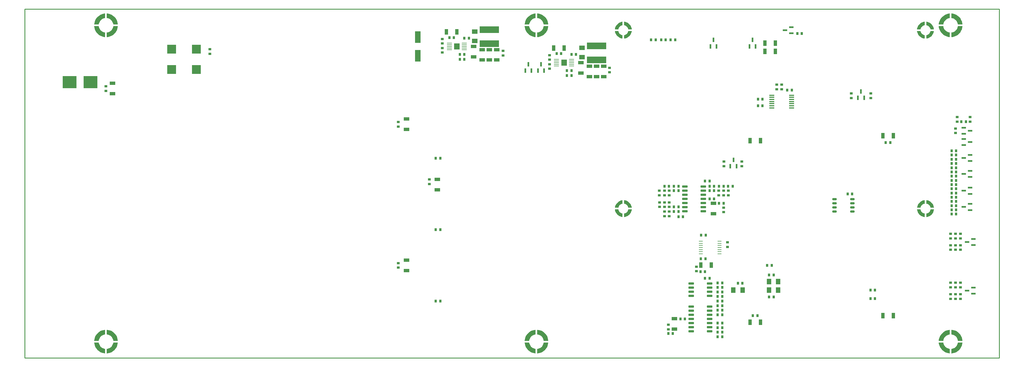
<source format=gtp>
G04 Layer_Color=10723209*
%FSLAX43Y43*%
%MOMM*%
G71*
G01*
G75*
%ADD10R,2.700X2.700*%
%ADD12R,6.000X2.000*%
%ADD13R,0.600X1.350*%
%ADD14O,1.450X0.650*%
%ADD15R,1.800X1.340*%
%ADD16R,0.800X0.900*%
%ADD18R,4.240X3.810*%
%ADD19R,1.800X3.550*%
G04:AMPARAMS|DCode=21|XSize=0.65mm|YSize=1.65mm|CornerRadius=0.049mm|HoleSize=0mm|Usage=FLASHONLY|Rotation=90.000|XOffset=0mm|YOffset=0mm|HoleType=Round|Shape=RoundedRectangle|*
%AMROUNDEDRECTD21*
21,1,0.650,1.552,0,0,90.0*
21,1,0.552,1.650,0,0,90.0*
1,1,0.098,0.776,0.276*
1,1,0.098,0.776,-0.276*
1,1,0.098,-0.776,-0.276*
1,1,0.098,-0.776,0.276*
%
%ADD21ROUNDEDRECTD21*%
%ADD22R,1.700X1.000*%
%ADD23R,0.900X0.800*%
G04:AMPARAMS|DCode=25|XSize=1.73mm|YSize=1.9mm|CornerRadius=0.052mm|HoleSize=0mm|Usage=FLASHONLY|Rotation=0.000|XOffset=0mm|YOffset=0mm|HoleType=Round|Shape=RoundedRectangle|*
%AMROUNDEDRECTD25*
21,1,1.730,1.796,0,0,0.0*
21,1,1.626,1.900,0,0,0.0*
1,1,0.104,0.813,-0.898*
1,1,0.104,-0.813,-0.898*
1,1,0.104,-0.813,0.898*
1,1,0.104,0.813,0.898*
%
%ADD25ROUNDEDRECTD25*%
%ADD26R,1.350X0.600*%
%ADD27R,1.340X1.800*%
%ADD28R,1.000X1.700*%
%ADD36C,0.254*%
%ADD74O,1.300X0.250*%
G04:AMPARAMS|DCode=75|XSize=0.35mm|YSize=1.5mm|CornerRadius=0mm|HoleSize=0mm|Usage=FLASHONLY|Rotation=90.000|XOffset=0mm|YOffset=0mm|HoleType=Round|Shape=RoundedRectangle|*
%AMROUNDEDRECTD75*
21,1,0.350,1.500,0,0,90.0*
21,1,0.350,1.500,0,0,90.0*
1,1,0.000,0.750,0.175*
1,1,0.000,0.750,-0.175*
1,1,0.000,-0.750,-0.175*
1,1,0.000,-0.750,0.175*
%
%ADD75ROUNDEDRECTD75*%
G04:AMPARAMS|DCode=76|XSize=0.2mm|YSize=1.45mm|CornerRadius=0mm|HoleSize=0mm|Usage=FLASHONLY|Rotation=90.000|XOffset=0mm|YOffset=0mm|HoleType=Round|Shape=RoundedRectangle|*
%AMROUNDEDRECTD76*
21,1,0.200,1.450,0,0,90.0*
21,1,0.200,1.450,0,0,90.0*
1,1,0.000,0.725,0.100*
1,1,0.000,0.725,-0.100*
1,1,0.000,-0.725,-0.100*
1,1,0.000,-0.725,0.100*
%
%ADD76ROUNDEDRECTD76*%
G36*
X186838Y45750D02*
X186816Y45527D01*
X186697Y45094D01*
X186506Y44688D01*
X186247Y44320D01*
X185930Y44003D01*
X185562Y43744D01*
X185156Y43553D01*
X184723Y43434D01*
X184500Y43412D01*
X184500D01*
Y44471D01*
X184500Y44470D01*
X184618Y44494D01*
X184848Y44570D01*
X185062Y44680D01*
X185257Y44822D01*
X185428Y44993D01*
X185570Y45188D01*
X185680Y45402D01*
X185756Y45632D01*
X185780Y45750D01*
Y45750D01*
Y45750D01*
X186838Y45750D01*
D02*
G37*
G36*
X279858D02*
X279836Y45527D01*
X279717Y45094D01*
X279526Y44688D01*
X279267Y44320D01*
X278950Y44003D01*
X278582Y43744D01*
X278176Y43553D01*
X277743Y43434D01*
X277520Y43412D01*
X277520D01*
Y44471D01*
X277520Y44470D01*
X277638Y44494D01*
X277868Y44570D01*
X278082Y44680D01*
X278277Y44822D01*
X278448Y44993D01*
X278590Y45188D01*
X278700Y45402D01*
X278776Y45632D01*
X278800Y45750D01*
Y45750D01*
Y45750D01*
X279858Y45750D01*
D02*
G37*
G36*
X275740Y45750D02*
X275764Y45632D01*
X275840Y45402D01*
X275950Y45188D01*
X276092Y44993D01*
X276263Y44822D01*
X276458Y44680D01*
X276672Y44570D01*
X276902Y44494D01*
X277020Y44470D01*
X277020Y44470D01*
X277020D01*
X277020Y43412D01*
X276797Y43434D01*
X276364Y43553D01*
X275957Y43744D01*
X275590Y44003D01*
X275273Y44320D01*
X275014Y44688D01*
X274823Y45094D01*
X274704Y45527D01*
X274682Y45750D01*
Y45750D01*
X275741D01*
X275740Y45750D01*
D02*
G37*
G36*
X157250Y8641D02*
Y7236D01*
X157250D01*
Y7236D01*
X157063Y7207D01*
X156699Y7103D01*
X156358Y6938D01*
X156049Y6719D01*
X155781Y6452D01*
X155562Y6143D01*
X155398Y5801D01*
X155293Y5437D01*
X155264Y5250D01*
Y5250D01*
X153859D01*
X153874Y5468D01*
X153955Y5897D01*
X154087Y6313D01*
X154268Y6710D01*
X154495Y7083D01*
X154765Y7427D01*
X155074Y7735D01*
X155417Y8005D01*
X155790Y8232D01*
X156187Y8413D01*
X156603Y8545D01*
X157032Y8626D01*
X157250Y8641D01*
D01*
X157250D01*
X157250D01*
D02*
G37*
G36*
X182720Y45750D02*
X182744Y45632D01*
X182820Y45402D01*
X182930Y45188D01*
X183072Y44993D01*
X183243Y44822D01*
X183438Y44680D01*
X183652Y44570D01*
X183882Y44494D01*
X184000Y44470D01*
X184000Y44470D01*
X184000D01*
X184000Y43412D01*
X183777Y43434D01*
X183344Y43553D01*
X182938Y43744D01*
X182570Y44003D01*
X182253Y44320D01*
X181994Y44688D01*
X181803Y45094D01*
X181684Y45527D01*
X181662Y45750D01*
Y45750D01*
X182721D01*
X182720Y45750D01*
D02*
G37*
G36*
X277020Y47529D02*
X277020Y47530D01*
X276902Y47506D01*
X276672Y47430D01*
X276458Y47320D01*
X276263Y47178D01*
X276092Y47007D01*
X275950Y46812D01*
X275840Y46598D01*
X275764Y46368D01*
X275740Y46250D01*
X275740D01*
Y46250D01*
X274682D01*
X274704Y46473D01*
X274823Y46906D01*
X275014Y47312D01*
X275273Y47680D01*
X275590Y47997D01*
X275957Y48256D01*
X276364Y48447D01*
X276797Y48566D01*
X277020Y48588D01*
Y48588D01*
X277020D01*
Y47529D01*
D02*
G37*
G36*
X182720Y100750D02*
X182744Y100632D01*
X182820Y100402D01*
X182930Y100188D01*
X183072Y99993D01*
X183243Y99822D01*
X183438Y99680D01*
X183652Y99570D01*
X183882Y99494D01*
X184000Y99470D01*
X184000Y99470D01*
X184000D01*
X184000Y98412D01*
X183777Y98434D01*
X183344Y98553D01*
X182938Y98744D01*
X182570Y99003D01*
X182253Y99320D01*
X181994Y99687D01*
X181803Y100094D01*
X181684Y100527D01*
X181662Y100750D01*
Y100750D01*
X182721D01*
X182720Y100750D01*
D02*
G37*
G36*
X184000Y47529D02*
X184000Y47530D01*
X183882Y47506D01*
X183652Y47430D01*
X183438Y47320D01*
X183243Y47178D01*
X183072Y47007D01*
X182930Y46812D01*
X182820Y46598D01*
X182744Y46368D01*
X182720Y46250D01*
X182720D01*
Y46250D01*
X181662D01*
X181684Y46473D01*
X181803Y46906D01*
X181994Y47312D01*
X182253Y47680D01*
X182570Y47997D01*
X182938Y48256D01*
X183344Y48447D01*
X183777Y48566D01*
X184000Y48588D01*
Y48588D01*
X184000D01*
Y47529D01*
D02*
G37*
G36*
X184723Y48566D02*
X185156Y48447D01*
X185562Y48256D01*
X185930Y47997D01*
X186247Y47680D01*
X186506Y47312D01*
X186697Y46906D01*
X186816Y46473D01*
X186838Y46250D01*
X186838Y46250D01*
Y46250D01*
X185779D01*
X185780Y46250D01*
X185756Y46368D01*
X185680Y46598D01*
X185570Y46812D01*
X185428Y47007D01*
X185257Y47178D01*
X185062Y47320D01*
X184848Y47430D01*
X184618Y47506D01*
X184500Y47530D01*
X184500D01*
Y48588D01*
X184723Y48566D01*
D02*
G37*
G36*
X277743D02*
X278176Y48447D01*
X278582Y48256D01*
X278950Y47997D01*
X279267Y47680D01*
X279526Y47312D01*
X279717Y46906D01*
X279836Y46473D01*
X279858Y46250D01*
X279858Y46250D01*
Y46250D01*
X278799D01*
X278800Y46250D01*
X278776Y46368D01*
X278700Y46598D01*
X278590Y46812D01*
X278448Y47007D01*
X278277Y47178D01*
X278082Y47320D01*
X277868Y47430D01*
X277638Y47506D01*
X277520Y47530D01*
X277520D01*
Y48588D01*
X277743Y48566D01*
D02*
G37*
G36*
X157968Y8626D02*
X158397Y8545D01*
X158813Y8413D01*
X159210Y8232D01*
X159583Y8005D01*
X159927Y7735D01*
X160235Y7426D01*
X160505Y7083D01*
X160732Y6710D01*
X160913Y6313D01*
X161045Y5897D01*
X161126Y5468D01*
X161141Y5250D01*
D01*
Y5250D01*
Y5250D01*
X159736D01*
Y5250D01*
X159736Y5250D01*
X159707Y5437D01*
X159603Y5801D01*
X159438Y6142D01*
X159219Y6451D01*
X158952Y6719D01*
X158643Y6938D01*
X158301Y7102D01*
X157937Y7207D01*
X157750Y7236D01*
X157750Y7236D01*
Y8641D01*
X157968Y8626D01*
D02*
G37*
G36*
X22793Y4563D02*
X22897Y4199D01*
X23062Y3858D01*
X23281Y3549D01*
X23548Y3281D01*
X23857Y3062D01*
X24199Y2898D01*
X24563Y2793D01*
X24750Y2764D01*
X24750D01*
Y1359D01*
X24750Y1359D01*
X24532Y1374D01*
X24103Y1455D01*
X23687Y1587D01*
X23290Y1768D01*
X22917Y1995D01*
X22573Y2265D01*
X22265Y2573D01*
X21995Y2917D01*
X21768Y3290D01*
X21587Y3687D01*
X21455Y4103D01*
X21374Y4532D01*
X21359Y4750D01*
X21359Y4750D01*
X22764D01*
Y4750D01*
X22793Y4563D01*
D02*
G37*
G36*
X282793D02*
X282897Y4199D01*
X283062Y3858D01*
X283281Y3549D01*
X283548Y3281D01*
X283857Y3062D01*
X284199Y2898D01*
X284563Y2793D01*
X284750Y2764D01*
X284750D01*
Y1359D01*
X284750Y1359D01*
X284532Y1374D01*
X284103Y1455D01*
X283687Y1587D01*
X283290Y1768D01*
X282917Y1995D01*
X282573Y2265D01*
X282265Y2573D01*
X281995Y2917D01*
X281768Y3290D01*
X281587Y3687D01*
X281455Y4103D01*
X281374Y4532D01*
X281359Y4750D01*
X281359Y4750D01*
X282764D01*
Y4750D01*
X282793Y4563D01*
D02*
G37*
G36*
X161141Y4750D02*
X161126Y4532D01*
X161045Y4103D01*
X160913Y3687D01*
X160732Y3290D01*
X160505Y2917D01*
X160235Y2573D01*
X159926Y2265D01*
X159583Y1995D01*
X159210Y1768D01*
X158813Y1587D01*
X158397Y1455D01*
X157968Y1374D01*
X157750Y1359D01*
X157750Y1359D01*
Y2764D01*
X157750D01*
X157937Y2793D01*
X158301Y2897D01*
X158642Y3062D01*
X158951Y3281D01*
X159219Y3548D01*
X159438Y3857D01*
X159602Y4199D01*
X159707Y4563D01*
X159736Y4750D01*
X159736Y4750D01*
X161141D01*
Y4750D01*
D02*
G37*
G36*
X28641Y4750D02*
X28626Y4532D01*
X28545Y4103D01*
X28413Y3687D01*
X28232Y3290D01*
X28005Y2917D01*
X27735Y2573D01*
X27427Y2265D01*
X27083Y1995D01*
X26710Y1768D01*
X26313Y1587D01*
X25897Y1455D01*
X25468Y1373D01*
X25250Y1359D01*
X25250Y1359D01*
Y2764D01*
X25250D01*
X25437Y2793D01*
X25801Y2897D01*
X26142Y3062D01*
X26451Y3281D01*
X26719Y3548D01*
X26938Y3857D01*
X27102Y4199D01*
X27207Y4563D01*
X27236Y4750D01*
X27236Y4750D01*
X28641D01*
Y4750D01*
D02*
G37*
G36*
X288641D02*
X288626Y4532D01*
X288545Y4103D01*
X288413Y3687D01*
X288232Y3290D01*
X288005Y2917D01*
X287735Y2573D01*
X287427Y2265D01*
X287083Y1995D01*
X286710Y1768D01*
X286313Y1587D01*
X285897Y1455D01*
X285468Y1373D01*
X285250Y1359D01*
X285250Y1359D01*
Y2764D01*
X285250D01*
X285437Y2793D01*
X285801Y2897D01*
X286142Y3062D01*
X286451Y3281D01*
X286719Y3548D01*
X286938Y3857D01*
X287102Y4199D01*
X287207Y4563D01*
X287236Y4750D01*
X287236Y4750D01*
X288641D01*
Y4750D01*
D02*
G37*
G36*
X24750Y8641D02*
Y7236D01*
X24750D01*
Y7236D01*
X24563Y7207D01*
X24199Y7102D01*
X23858Y6938D01*
X23549Y6719D01*
X23281Y6452D01*
X23062Y6143D01*
X22898Y5801D01*
X22793Y5437D01*
X22764Y5250D01*
Y5250D01*
X21359D01*
X21374Y5468D01*
X21455Y5897D01*
X21587Y6313D01*
X21768Y6710D01*
X21995Y7083D01*
X22265Y7427D01*
X22573Y7735D01*
X22917Y8005D01*
X23290Y8232D01*
X23687Y8413D01*
X24103Y8545D01*
X24532Y8626D01*
X24750Y8641D01*
D01*
X24750D01*
X24750D01*
D02*
G37*
G36*
X284750D02*
Y7236D01*
X284750D01*
Y7236D01*
X284563Y7207D01*
X284199Y7102D01*
X283858Y6938D01*
X283549Y6719D01*
X283281Y6452D01*
X283062Y6143D01*
X282898Y5801D01*
X282793Y5437D01*
X282764Y5250D01*
Y5250D01*
X281359D01*
X281374Y5468D01*
X281455Y5897D01*
X281587Y6313D01*
X281768Y6710D01*
X281995Y7083D01*
X282265Y7427D01*
X282573Y7735D01*
X282917Y8005D01*
X283290Y8232D01*
X283687Y8413D01*
X284103Y8545D01*
X284532Y8626D01*
X284750Y8641D01*
D01*
X284750D01*
X284750D01*
D02*
G37*
G36*
X285468Y8626D02*
X285897Y8545D01*
X286313Y8413D01*
X286710Y8232D01*
X287083Y8005D01*
X287427Y7735D01*
X287735Y7426D01*
X288005Y7083D01*
X288232Y6710D01*
X288413Y6313D01*
X288545Y5897D01*
X288626Y5468D01*
X288641Y5250D01*
D01*
Y5250D01*
Y5250D01*
X287236D01*
Y5250D01*
X287236Y5250D01*
X287207Y5437D01*
X287103Y5801D01*
X286938Y6142D01*
X286719Y6451D01*
X286452Y6719D01*
X286143Y6938D01*
X285801Y7102D01*
X285437Y7207D01*
X285250Y7236D01*
X285250Y7236D01*
Y8641D01*
X285468Y8626D01*
D02*
G37*
G36*
X155293Y4563D02*
X155397Y4199D01*
X155562Y3858D01*
X155781Y3549D01*
X156048Y3281D01*
X156357Y3062D01*
X156699Y2898D01*
X157063Y2793D01*
X157250Y2764D01*
X157250D01*
Y1359D01*
X157250Y1359D01*
X157032Y1374D01*
X156603Y1455D01*
X156187Y1587D01*
X155790Y1768D01*
X155417Y1995D01*
X155073Y2265D01*
X154765Y2573D01*
X154495Y2917D01*
X154268Y3290D01*
X154087Y3687D01*
X153955Y4103D01*
X153874Y4532D01*
X153859Y4750D01*
X153859Y4750D01*
X155264D01*
Y4750D01*
X155293Y4563D01*
D02*
G37*
G36*
X25468Y8626D02*
X25897Y8545D01*
X26313Y8413D01*
X26710Y8232D01*
X27083Y8005D01*
X27427Y7735D01*
X27735Y7426D01*
X28005Y7083D01*
X28232Y6710D01*
X28413Y6313D01*
X28545Y5897D01*
X28626Y5468D01*
X28641Y5250D01*
D01*
Y5250D01*
Y5250D01*
X27236D01*
Y5250D01*
X27236Y5250D01*
X27207Y5437D01*
X27103Y5801D01*
X26938Y6142D01*
X26719Y6451D01*
X26452Y6719D01*
X26143Y6938D01*
X25801Y7102D01*
X25437Y7207D01*
X25250Y7236D01*
X25250Y7236D01*
Y8641D01*
X25468Y8626D01*
D02*
G37*
G36*
X275720Y100750D02*
X275744Y100632D01*
X275820Y100402D01*
X275930Y100188D01*
X276072Y99993D01*
X276243Y99822D01*
X276438Y99680D01*
X276652Y99570D01*
X276882Y99494D01*
X277000Y99470D01*
X277000Y99470D01*
X277000D01*
X277000Y98412D01*
X276777Y98434D01*
X276344Y98553D01*
X275938Y98744D01*
X275570Y99003D01*
X275253Y99320D01*
X274994Y99687D01*
X274803Y100094D01*
X274684Y100527D01*
X274662Y100750D01*
Y100750D01*
X275721D01*
X275720Y100750D01*
D02*
G37*
G36*
X285468Y106126D02*
X285897Y106045D01*
X286313Y105913D01*
X286710Y105732D01*
X287083Y105505D01*
X287427Y105235D01*
X287735Y104926D01*
X288005Y104583D01*
X288232Y104210D01*
X288413Y103813D01*
X288545Y103397D01*
X288626Y102968D01*
X288641Y102750D01*
D01*
Y102750D01*
Y102750D01*
X287236D01*
Y102750D01*
X287236Y102750D01*
X287207Y102937D01*
X287103Y103301D01*
X286938Y103642D01*
X286719Y103951D01*
X286452Y104219D01*
X286143Y104438D01*
X285801Y104602D01*
X285437Y104707D01*
X285250Y104736D01*
X285250Y104736D01*
Y106141D01*
X285468Y106126D01*
D02*
G37*
G36*
X24750Y104736D02*
X24750D01*
Y104736D01*
X24563Y104707D01*
X24199Y104603D01*
X23858Y104438D01*
X23549Y104219D01*
X23281Y103952D01*
X23062Y103643D01*
X22898Y103301D01*
X22793Y102937D01*
X22764Y102750D01*
Y102750D01*
X21359D01*
X21374Y102968D01*
X21455Y103397D01*
X21587Y103813D01*
X21768Y104210D01*
X21995Y104583D01*
X22265Y104927D01*
X22573Y105235D01*
X22917Y105505D01*
X23290Y105732D01*
X23687Y105913D01*
X24103Y106045D01*
X24532Y106126D01*
X24750Y106141D01*
Y104736D01*
D02*
G37*
G36*
X157968Y106126D02*
X158397Y106045D01*
X158813Y105913D01*
X159210Y105732D01*
X159583Y105505D01*
X159927Y105235D01*
X160235Y104926D01*
X160505Y104583D01*
X160732Y104210D01*
X160913Y103813D01*
X161045Y103397D01*
X161126Y102968D01*
X161141Y102750D01*
D01*
Y102750D01*
Y102750D01*
X159736D01*
Y102750D01*
X159736Y102750D01*
X159707Y102937D01*
X159603Y103301D01*
X159438Y103642D01*
X159219Y103951D01*
X158952Y104219D01*
X158643Y104438D01*
X158301Y104602D01*
X157937Y104707D01*
X157750Y104736D01*
X157750Y104736D01*
Y106141D01*
X157968Y106126D01*
D02*
G37*
G36*
X277000Y102529D02*
X277000Y102530D01*
X276882Y102506D01*
X276652Y102430D01*
X276438Y102320D01*
X276243Y102178D01*
X276072Y102007D01*
X275930Y101812D01*
X275820Y101598D01*
X275744Y101368D01*
X275720Y101250D01*
X275720D01*
Y101250D01*
X274662D01*
X274684Y101473D01*
X274803Y101906D01*
X274994Y102312D01*
X275253Y102680D01*
X275570Y102997D01*
X275938Y103256D01*
X276344Y103447D01*
X276777Y103566D01*
X277000Y103588D01*
Y103588D01*
X277000D01*
Y102529D01*
D02*
G37*
G36*
X25468Y106126D02*
X25897Y106045D01*
X26313Y105913D01*
X26710Y105732D01*
X27083Y105505D01*
X27427Y105235D01*
X27735Y104926D01*
X28005Y104583D01*
X28232Y104210D01*
X28413Y103813D01*
X28545Y103397D01*
X28626Y102968D01*
X28641Y102750D01*
D01*
Y102750D01*
Y102750D01*
X27236D01*
Y102750D01*
X27236Y102750D01*
X27207Y102937D01*
X27103Y103301D01*
X26938Y103642D01*
X26719Y103951D01*
X26452Y104219D01*
X26143Y104438D01*
X25801Y104602D01*
X25437Y104707D01*
X25250Y104736D01*
X25250Y104736D01*
Y106141D01*
X25468Y106126D01*
D02*
G37*
G36*
X157250Y106141D02*
D01*
X157250D01*
X157250D01*
D02*
G37*
G36*
X284750D02*
D01*
X284750D01*
X284750D01*
D02*
G37*
G36*
X24750D02*
D01*
X24750D01*
X24750D01*
D02*
G37*
G36*
X157250Y104736D02*
X157250D01*
Y104736D01*
X157063Y104707D01*
X156699Y104603D01*
X156358Y104438D01*
X156049Y104219D01*
X155781Y103952D01*
X155562Y103643D01*
X155398Y103301D01*
X155293Y102937D01*
X155264Y102750D01*
Y102750D01*
X153859D01*
X153874Y102968D01*
X153955Y103397D01*
X154087Y103813D01*
X154268Y104210D01*
X154495Y104583D01*
X154765Y104927D01*
X155074Y105235D01*
X155417Y105505D01*
X155790Y105732D01*
X156187Y105913D01*
X156603Y106045D01*
X157032Y106126D01*
X157250Y106141D01*
Y104736D01*
D02*
G37*
G36*
X284750D02*
X284750D01*
Y104736D01*
X284563Y104707D01*
X284199Y104603D01*
X283858Y104438D01*
X283549Y104219D01*
X283281Y103952D01*
X283062Y103643D01*
X282898Y103301D01*
X282793Y102937D01*
X282764Y102750D01*
Y102750D01*
X281359D01*
X281374Y102968D01*
X281455Y103397D01*
X281587Y103813D01*
X281768Y104210D01*
X281995Y104583D01*
X282265Y104927D01*
X282573Y105235D01*
X282917Y105505D01*
X283290Y105732D01*
X283687Y105913D01*
X284103Y106045D01*
X284532Y106126D01*
X284750Y106141D01*
Y104736D01*
D02*
G37*
G36*
X184000Y102529D02*
X184000Y102530D01*
X183882Y102506D01*
X183652Y102430D01*
X183438Y102320D01*
X183243Y102178D01*
X183072Y102007D01*
X182930Y101812D01*
X182820Y101598D01*
X182744Y101368D01*
X182720Y101250D01*
X182720D01*
Y101250D01*
X181662D01*
X181684Y101473D01*
X181803Y101906D01*
X181994Y102312D01*
X182253Y102680D01*
X182570Y102997D01*
X182938Y103256D01*
X183344Y103447D01*
X183777Y103566D01*
X184000Y103588D01*
Y103588D01*
X184000D01*
Y102529D01*
D02*
G37*
G36*
X186838Y100750D02*
X186816Y100527D01*
X186697Y100094D01*
X186506Y99688D01*
X186247Y99320D01*
X185930Y99003D01*
X185562Y98744D01*
X185156Y98553D01*
X184723Y98434D01*
X184500Y98412D01*
X184500D01*
Y99471D01*
X184500Y99470D01*
X184618Y99494D01*
X184848Y99570D01*
X185062Y99680D01*
X185257Y99822D01*
X185428Y99993D01*
X185570Y100188D01*
X185680Y100402D01*
X185756Y100632D01*
X185780Y100750D01*
Y100750D01*
Y100750D01*
X186838Y100750D01*
D02*
G37*
G36*
X279838D02*
X279816Y100527D01*
X279697Y100094D01*
X279506Y99688D01*
X279247Y99320D01*
X278930Y99003D01*
X278562Y98744D01*
X278156Y98553D01*
X277723Y98434D01*
X277500Y98412D01*
X277500D01*
Y99471D01*
X277500Y99470D01*
X277618Y99494D01*
X277848Y99570D01*
X278062Y99680D01*
X278257Y99822D01*
X278428Y99993D01*
X278570Y100188D01*
X278680Y100402D01*
X278756Y100632D01*
X278780Y100750D01*
Y100750D01*
Y100750D01*
X279838Y100750D01*
D02*
G37*
G36*
X288641Y102250D02*
X288626Y102032D01*
X288545Y101603D01*
X288413Y101187D01*
X288232Y100790D01*
X288005Y100417D01*
X287735Y100073D01*
X287427Y99765D01*
X287083Y99495D01*
X286710Y99268D01*
X286313Y99087D01*
X285897Y98955D01*
X285468Y98874D01*
X285250Y98859D01*
X285250Y98859D01*
Y100264D01*
X285250D01*
X285437Y100293D01*
X285801Y100397D01*
X286142Y100562D01*
X286451Y100781D01*
X286719Y101048D01*
X286938Y101357D01*
X287102Y101699D01*
X287207Y102063D01*
X287236Y102250D01*
X287236Y102250D01*
X288641D01*
Y102250D01*
D02*
G37*
G36*
X28641D02*
X28626Y102032D01*
X28545Y101603D01*
X28413Y101187D01*
X28232Y100790D01*
X28005Y100417D01*
X27735Y100073D01*
X27427Y99765D01*
X27083Y99495D01*
X26710Y99268D01*
X26313Y99087D01*
X25897Y98955D01*
X25468Y98874D01*
X25250Y98859D01*
X25250Y98859D01*
Y100264D01*
X25250D01*
X25437Y100293D01*
X25801Y100397D01*
X26142Y100562D01*
X26451Y100781D01*
X26719Y101048D01*
X26938Y101357D01*
X27102Y101699D01*
X27207Y102063D01*
X27236Y102250D01*
X27236Y102250D01*
X28641D01*
Y102250D01*
D02*
G37*
G36*
X161141D02*
X161126Y102032D01*
X161045Y101603D01*
X160913Y101187D01*
X160732Y100790D01*
X160505Y100417D01*
X160235Y100073D01*
X159926Y99765D01*
X159583Y99495D01*
X159210Y99268D01*
X158813Y99087D01*
X158397Y98955D01*
X157968Y98874D01*
X157750Y98859D01*
X157750Y98859D01*
Y100264D01*
X157750D01*
X157937Y100293D01*
X158301Y100397D01*
X158642Y100562D01*
X158951Y100781D01*
X159219Y101048D01*
X159438Y101357D01*
X159602Y101699D01*
X159707Y102063D01*
X159736Y102250D01*
X159736Y102250D01*
X161141D01*
Y102250D01*
D02*
G37*
G36*
X155293Y102063D02*
X155397Y101699D01*
X155562Y101358D01*
X155781Y101049D01*
X156048Y100781D01*
X156357Y100562D01*
X156699Y100398D01*
X157063Y100293D01*
X157250Y100264D01*
X157250D01*
Y98859D01*
X157250Y98859D01*
X157032Y98874D01*
X156603Y98955D01*
X156187Y99087D01*
X155790Y99268D01*
X155417Y99495D01*
X155073Y99765D01*
X154765Y100074D01*
X154495Y100417D01*
X154268Y100790D01*
X154087Y101187D01*
X153955Y101603D01*
X153874Y102032D01*
X153859Y102250D01*
X153859Y102250D01*
X155264D01*
Y102250D01*
X155293Y102063D01*
D02*
G37*
G36*
X282793D02*
X282897Y101699D01*
X283062Y101358D01*
X283281Y101049D01*
X283548Y100781D01*
X283857Y100562D01*
X284199Y100398D01*
X284563Y100293D01*
X284750Y100264D01*
X284750D01*
Y98859D01*
X284750Y98859D01*
X284532Y98874D01*
X284103Y98955D01*
X283687Y99087D01*
X283290Y99268D01*
X282917Y99495D01*
X282573Y99765D01*
X282265Y100074D01*
X281995Y100417D01*
X281768Y100790D01*
X281587Y101187D01*
X281455Y101603D01*
X281374Y102032D01*
X281359Y102250D01*
X281359Y102250D01*
X282764D01*
Y102250D01*
X282793Y102063D01*
D02*
G37*
G36*
X22793D02*
X22897Y101699D01*
X23062Y101358D01*
X23281Y101049D01*
X23548Y100781D01*
X23857Y100562D01*
X24199Y100398D01*
X24563Y100293D01*
X24750Y100264D01*
X24750D01*
Y98859D01*
X24750Y98859D01*
X24532Y98874D01*
X24103Y98955D01*
X23687Y99087D01*
X23290Y99268D01*
X22917Y99495D01*
X22573Y99765D01*
X22265Y100074D01*
X21995Y100417D01*
X21768Y100790D01*
X21587Y101187D01*
X21455Y101603D01*
X21374Y102032D01*
X21359Y102250D01*
X21359Y102250D01*
X22764D01*
Y102250D01*
X22793Y102063D01*
D02*
G37*
G36*
X184723Y103566D02*
X185156Y103447D01*
X185562Y103256D01*
X185930Y102997D01*
X186247Y102680D01*
X186506Y102312D01*
X186697Y101906D01*
X186816Y101473D01*
X186838Y101250D01*
X186838Y101250D01*
Y101250D01*
X185779D01*
X185780Y101250D01*
X185756Y101368D01*
X185680Y101598D01*
X185570Y101812D01*
X185428Y102007D01*
X185257Y102178D01*
X185062Y102320D01*
X184848Y102430D01*
X184618Y102506D01*
X184500Y102530D01*
X184500D01*
Y103588D01*
X184723Y103566D01*
D02*
G37*
G36*
X277723D02*
X278156Y103447D01*
X278562Y103256D01*
X278930Y102997D01*
X279247Y102680D01*
X279506Y102312D01*
X279697Y101906D01*
X279816Y101473D01*
X279838Y101250D01*
X279838Y101250D01*
Y101250D01*
X278779D01*
X278780Y101250D01*
X278756Y101368D01*
X278680Y101598D01*
X278570Y101812D01*
X278428Y102007D01*
X278257Y102178D01*
X278062Y102320D01*
X277848Y102430D01*
X277618Y102506D01*
X277500Y102530D01*
X277500D01*
Y103588D01*
X277723Y103566D01*
D02*
G37*
D10*
X45190Y95110D02*
D03*
X52810D02*
D03*
Y88890D02*
D03*
X45190D02*
D03*
D12*
X176000Y96150D02*
D03*
Y91850D02*
D03*
X143000Y101150D02*
D03*
Y96850D02*
D03*
D13*
X157950Y88525D02*
D03*
X159850D02*
D03*
X158900Y90475D02*
D03*
X218130Y61045D02*
D03*
X219080Y59095D02*
D03*
X217180D02*
D03*
X224000Y97975D02*
D03*
X224950Y96025D02*
D03*
X223050D02*
D03*
X212000Y97975D02*
D03*
X212950Y96025D02*
D03*
X211050D02*
D03*
X257400Y82075D02*
D03*
X258350Y80125D02*
D03*
X256450D02*
D03*
X154050Y88525D02*
D03*
X155950D02*
D03*
X155000Y90475D02*
D03*
D14*
X249275Y48905D02*
D03*
Y47635D02*
D03*
Y46365D02*
D03*
Y45095D02*
D03*
X254725Y48905D02*
D03*
Y47635D02*
D03*
Y46365D02*
D03*
Y45095D02*
D03*
D15*
X171500Y95530D02*
D03*
Y92670D02*
D03*
X138500Y97670D02*
D03*
Y100530D02*
D03*
D16*
X260300Y18300D02*
D03*
X261700D02*
D03*
X289700Y72800D02*
D03*
X288300D02*
D03*
X227100Y77700D02*
D03*
X225700D02*
D03*
X227100Y79700D02*
D03*
X225700D02*
D03*
X239200Y100000D02*
D03*
X237800D02*
D03*
X210800Y54500D02*
D03*
X209400D02*
D03*
X201200Y43500D02*
D03*
X202600D02*
D03*
X209400Y24500D02*
D03*
X210800D02*
D03*
X198800Y98000D02*
D03*
X200200D02*
D03*
X197300D02*
D03*
X195900D02*
D03*
X286700Y52100D02*
D03*
X285300D02*
D03*
X286700Y50800D02*
D03*
X285300D02*
D03*
X286700Y46900D02*
D03*
X285300D02*
D03*
X286700Y45600D02*
D03*
X285300D02*
D03*
X133900Y93500D02*
D03*
X135300D02*
D03*
Y92000D02*
D03*
X133900D02*
D03*
X166900Y88500D02*
D03*
X168300D02*
D03*
Y87000D02*
D03*
X166900D02*
D03*
X127900Y61500D02*
D03*
X126500D02*
D03*
X212200Y51500D02*
D03*
X210800D02*
D03*
Y52900D02*
D03*
X212200D02*
D03*
X217900D02*
D03*
X216500D02*
D03*
X127900Y39500D02*
D03*
X126500D02*
D03*
X199800Y51500D02*
D03*
X201200D02*
D03*
Y52900D02*
D03*
X199800D02*
D03*
X127900Y17500D02*
D03*
X126500D02*
D03*
X199800Y46500D02*
D03*
X201200D02*
D03*
Y45100D02*
D03*
X199800D02*
D03*
X214700Y9300D02*
D03*
X213300D02*
D03*
X213300Y6500D02*
D03*
X214700D02*
D03*
X214700Y20300D02*
D03*
X213300D02*
D03*
Y23100D02*
D03*
X214700D02*
D03*
X214700Y14700D02*
D03*
X213300D02*
D03*
Y17500D02*
D03*
X214700D02*
D03*
X213700Y47600D02*
D03*
X215100D02*
D03*
X199500Y7500D02*
D03*
X198100D02*
D03*
X234700Y82500D02*
D03*
X236100D02*
D03*
X194200Y98000D02*
D03*
X192800D02*
D03*
X130700Y98700D02*
D03*
X132100D02*
D03*
X136700Y98500D02*
D03*
X135300D02*
D03*
X165100Y93800D02*
D03*
X163700D02*
D03*
X169700Y93500D02*
D03*
X168300D02*
D03*
X253300Y50500D02*
D03*
X254700D02*
D03*
X266430Y66370D02*
D03*
X265030D02*
D03*
X224130Y12970D02*
D03*
X225530D02*
D03*
X212200Y49000D02*
D03*
X210800D02*
D03*
X209500Y30500D02*
D03*
X208100D02*
D03*
X209400Y26600D02*
D03*
X208000D02*
D03*
X213700Y52900D02*
D03*
X215100D02*
D03*
X198300D02*
D03*
X196900D02*
D03*
X209600Y37800D02*
D03*
X208200D02*
D03*
X201800Y12000D02*
D03*
X203200D02*
D03*
X214700Y10700D02*
D03*
X213300D02*
D03*
Y7900D02*
D03*
X214700D02*
D03*
X214700Y18900D02*
D03*
X213300D02*
D03*
Y21700D02*
D03*
X214700D02*
D03*
X214700Y13300D02*
D03*
X213300D02*
D03*
Y16100D02*
D03*
X214700D02*
D03*
X285300Y56000D02*
D03*
X286700D02*
D03*
X285300Y57300D02*
D03*
X286700D02*
D03*
X285300Y61200D02*
D03*
X286700D02*
D03*
X285300Y62500D02*
D03*
X286700D02*
D03*
Y63800D02*
D03*
X285300D02*
D03*
X286700Y59900D02*
D03*
X285300D02*
D03*
X286700Y58600D02*
D03*
X285300D02*
D03*
X286700Y54700D02*
D03*
X285300D02*
D03*
X286700Y53400D02*
D03*
X285300D02*
D03*
X286700Y49500D02*
D03*
X285300D02*
D03*
X286700Y48200D02*
D03*
X285300D02*
D03*
X286700Y44300D02*
D03*
X285300D02*
D03*
X229100Y18800D02*
D03*
X230500D02*
D03*
X220900Y23000D02*
D03*
X219500D02*
D03*
X229100Y25500D02*
D03*
X230500D02*
D03*
X260300Y20900D02*
D03*
X261700D02*
D03*
X229900Y28500D02*
D03*
X228500D02*
D03*
D18*
X13815Y85000D02*
D03*
X20185D02*
D03*
D19*
X121000Y98875D02*
D03*
Y93125D02*
D03*
D21*
X205175Y15810D02*
D03*
Y14540D02*
D03*
Y13270D02*
D03*
Y12000D02*
D03*
Y10730D02*
D03*
Y9460D02*
D03*
Y8190D02*
D03*
X210825Y15810D02*
D03*
Y14540D02*
D03*
Y13270D02*
D03*
Y12000D02*
D03*
Y10730D02*
D03*
Y9460D02*
D03*
Y8190D02*
D03*
X205175Y22905D02*
D03*
Y21635D02*
D03*
Y20365D02*
D03*
Y19095D02*
D03*
X210825Y22905D02*
D03*
Y21635D02*
D03*
Y20365D02*
D03*
Y19095D02*
D03*
X208825Y45190D02*
D03*
Y46460D02*
D03*
Y47730D02*
D03*
Y49000D02*
D03*
Y50270D02*
D03*
Y51540D02*
D03*
Y52810D02*
D03*
X203175Y45190D02*
D03*
Y46460D02*
D03*
Y47730D02*
D03*
Y49000D02*
D03*
Y50270D02*
D03*
Y51540D02*
D03*
Y52810D02*
D03*
D22*
X200000Y8900D02*
D03*
Y12100D02*
D03*
X171200Y91000D02*
D03*
Y87800D02*
D03*
X145300Y95000D02*
D03*
Y91800D02*
D03*
X138200Y96000D02*
D03*
Y92800D02*
D03*
X143000Y95000D02*
D03*
Y91800D02*
D03*
X140800Y95000D02*
D03*
Y91800D02*
D03*
X178200Y89900D02*
D03*
Y86700D02*
D03*
X176000Y89900D02*
D03*
Y86700D02*
D03*
X173800Y89900D02*
D03*
Y86700D02*
D03*
X27000Y84600D02*
D03*
Y81400D02*
D03*
X212000Y47600D02*
D03*
Y44400D02*
D03*
X117500Y70400D02*
D03*
Y73600D02*
D03*
X127000Y55000D02*
D03*
Y51800D02*
D03*
X117500Y26900D02*
D03*
Y30100D02*
D03*
D23*
X287000Y72800D02*
D03*
Y74200D02*
D03*
X233000Y82800D02*
D03*
Y84200D02*
D03*
X231500Y82800D02*
D03*
Y84200D02*
D03*
X285000Y18200D02*
D03*
Y19600D02*
D03*
Y21740D02*
D03*
Y23140D02*
D03*
X286500Y19600D02*
D03*
Y18200D02*
D03*
Y21740D02*
D03*
Y23140D02*
D03*
X288000Y18200D02*
D03*
Y19600D02*
D03*
Y23140D02*
D03*
Y21740D02*
D03*
Y33300D02*
D03*
Y34700D02*
D03*
Y38200D02*
D03*
Y36800D02*
D03*
X216600Y50100D02*
D03*
Y51500D02*
D03*
X195400Y47900D02*
D03*
Y46500D02*
D03*
X254400Y81500D02*
D03*
Y80100D02*
D03*
X260400Y81500D02*
D03*
Y80100D02*
D03*
X128500Y98300D02*
D03*
Y96900D02*
D03*
X161500Y93300D02*
D03*
Y91900D02*
D03*
X215100Y51500D02*
D03*
Y50100D02*
D03*
X196900Y51500D02*
D03*
Y50100D02*
D03*
X195300D02*
D03*
Y51500D02*
D03*
X196900Y46500D02*
D03*
Y47900D02*
D03*
Y43700D02*
D03*
Y45100D02*
D03*
X206700Y28100D02*
D03*
Y26700D02*
D03*
X128500Y95500D02*
D03*
Y94100D02*
D03*
X147200Y94600D02*
D03*
Y93200D02*
D03*
X161500Y89100D02*
D03*
Y90500D02*
D03*
X180000Y88000D02*
D03*
Y89400D02*
D03*
X57000Y93700D02*
D03*
Y95100D02*
D03*
X25000Y82300D02*
D03*
Y83700D02*
D03*
X220730Y60470D02*
D03*
Y59070D02*
D03*
X215230Y60470D02*
D03*
Y59070D02*
D03*
X215100Y44900D02*
D03*
Y46300D02*
D03*
X115000Y72700D02*
D03*
Y71300D02*
D03*
X213600Y51500D02*
D03*
Y50100D02*
D03*
X124500Y53600D02*
D03*
Y55000D02*
D03*
X198400Y51500D02*
D03*
Y50100D02*
D03*
X115000Y29200D02*
D03*
Y27800D02*
D03*
X198400Y46500D02*
D03*
Y47900D02*
D03*
Y43700D02*
D03*
Y45100D02*
D03*
X198100Y10200D02*
D03*
Y8800D02*
D03*
X291000Y72800D02*
D03*
Y74200D02*
D03*
X286500Y38200D02*
D03*
Y36800D02*
D03*
Y33300D02*
D03*
Y34700D02*
D03*
X285000Y38200D02*
D03*
Y36800D02*
D03*
Y34700D02*
D03*
Y33300D02*
D03*
X286500Y70700D02*
D03*
Y69300D02*
D03*
X216300Y35600D02*
D03*
Y34200D02*
D03*
D25*
X166000Y91000D02*
D03*
X133000Y96000D02*
D03*
D26*
X234025Y101000D02*
D03*
X235975Y101950D02*
D03*
Y100050D02*
D03*
X290025Y20700D02*
D03*
X291975Y21650D02*
D03*
Y19750D02*
D03*
X289025Y61600D02*
D03*
X290975Y62550D02*
D03*
Y60650D02*
D03*
X289025Y56700D02*
D03*
X290975Y57650D02*
D03*
Y55750D02*
D03*
X289025Y51500D02*
D03*
X290975Y52450D02*
D03*
Y50550D02*
D03*
X289025Y46500D02*
D03*
X290975Y47450D02*
D03*
Y45550D02*
D03*
X291975Y34750D02*
D03*
Y36650D02*
D03*
X290025Y35700D02*
D03*
X289025Y70950D02*
D03*
Y69050D02*
D03*
X290975Y70000D02*
D03*
X289025Y67450D02*
D03*
Y65550D02*
D03*
X290975Y66500D02*
D03*
D27*
X229070Y23500D02*
D03*
X231930D02*
D03*
X218070Y20900D02*
D03*
X220930D02*
D03*
X229070D02*
D03*
X231930D02*
D03*
D28*
X231000Y97000D02*
D03*
X227800D02*
D03*
X231000Y94500D02*
D03*
X227800D02*
D03*
X129800Y100500D02*
D03*
X133000D02*
D03*
X162800Y95500D02*
D03*
X166000D02*
D03*
X223230Y66970D02*
D03*
X226430D02*
D03*
X267330Y12970D02*
D03*
X264130D02*
D03*
Y68470D02*
D03*
X267330D02*
D03*
X226430Y10970D02*
D03*
X223230D02*
D03*
X208100Y28600D02*
D03*
X211300D02*
D03*
D36*
X0Y0D02*
X300000D01*
Y107500D01*
X0D02*
X300000D01*
X0Y0D02*
Y107500D01*
D74*
X208125Y35950D02*
D03*
Y35300D02*
D03*
Y34650D02*
D03*
Y34000D02*
D03*
Y33350D02*
D03*
Y32700D02*
D03*
Y32050D02*
D03*
X213875Y35950D02*
D03*
Y35300D02*
D03*
Y34650D02*
D03*
Y34000D02*
D03*
Y33350D02*
D03*
Y32700D02*
D03*
Y32050D02*
D03*
D75*
X236050Y77050D02*
D03*
Y77700D02*
D03*
Y78350D02*
D03*
Y79000D02*
D03*
Y79650D02*
D03*
Y80300D02*
D03*
Y80950D02*
D03*
X229950Y77050D02*
D03*
Y77700D02*
D03*
Y78350D02*
D03*
Y79000D02*
D03*
Y79650D02*
D03*
Y80300D02*
D03*
Y80950D02*
D03*
D76*
X168325Y92000D02*
D03*
X163675D02*
D03*
Y91500D02*
D03*
Y91000D02*
D03*
Y90500D02*
D03*
Y90000D02*
D03*
X168325Y91500D02*
D03*
Y91000D02*
D03*
Y90500D02*
D03*
Y90000D02*
D03*
X135325Y95000D02*
D03*
Y95500D02*
D03*
Y96000D02*
D03*
Y96500D02*
D03*
X130675Y95000D02*
D03*
Y95500D02*
D03*
Y96000D02*
D03*
Y96500D02*
D03*
Y97000D02*
D03*
X135325D02*
D03*
M02*

</source>
